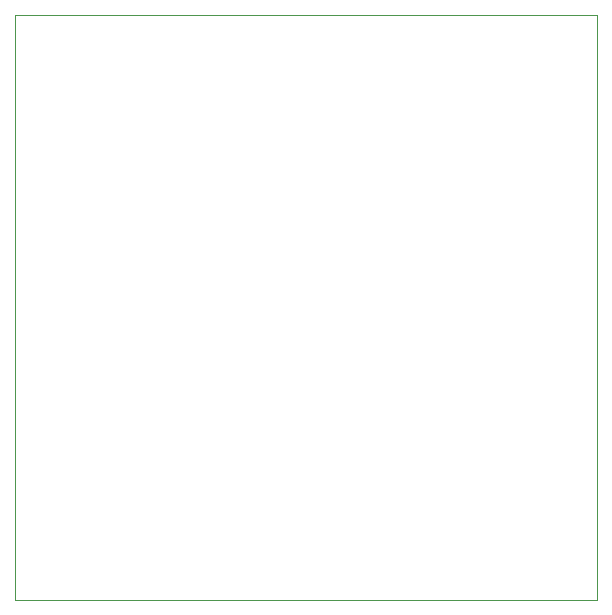
<source format=gbr>
G04 (created by PCBNEW (22-Jun-2014 BZR 4027)-stable) date sam 25 jui 2015 15:37:36 CEST*
%MOIN*%
G04 Gerber Fmt 3.4, Leading zero omitted, Abs format*
%FSLAX34Y34*%
G01*
G70*
G90*
G04 APERTURE LIST*
%ADD10C,0.00590551*%
%ADD11C,0.00393701*%
G04 APERTURE END LIST*
G54D10*
G54D11*
X62400Y-44400D02*
X43000Y-44400D01*
X62400Y-24900D02*
X62400Y-44400D01*
X43000Y-24900D02*
X62400Y-24900D01*
X43000Y-29000D02*
X43000Y-24900D01*
X43000Y-29000D02*
X43000Y-44400D01*
M02*

</source>
